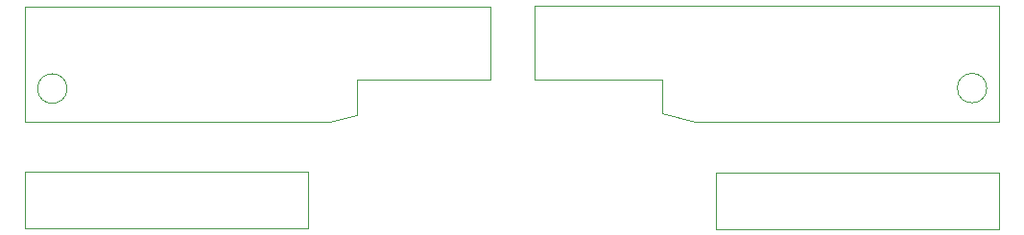
<source format=gbr>
%TF.GenerationSoftware,KiCad,Pcbnew,8.0.1*%
%TF.CreationDate,2024-08-12T12:56:14+02:00*%
%TF.ProjectId,Test_NH,54657374-5f4e-4482-9e6b-696361645f70,rev?*%
%TF.SameCoordinates,Original*%
%TF.FileFunction,Profile,NP*%
%FSLAX46Y46*%
G04 Gerber Fmt 4.6, Leading zero omitted, Abs format (unit mm)*
G04 Created by KiCad (PCBNEW 8.0.1) date 2024-08-12 12:56:14*
%MOMM*%
%LPD*%
G01*
G04 APERTURE LIST*
%TA.AperFunction,Profile*%
%ADD10C,0.100000*%
%TD*%
G04 APERTURE END LIST*
D10*
X192275000Y-98325000D02*
X192275000Y-108525000D01*
X192260000Y-112995000D02*
X192260000Y-117995000D01*
X147360000Y-104855000D02*
X135580000Y-104855000D01*
X167260000Y-112995000D02*
X167260000Y-117995000D01*
X131320000Y-117925000D02*
X106320000Y-117925000D01*
X106320000Y-112925000D02*
X131320000Y-112925000D01*
X106310000Y-98365000D02*
X106310000Y-108565000D01*
X162500000Y-104815000D02*
X162500000Y-105170000D01*
X192275000Y-98325000D02*
X151225000Y-98325000D01*
X147360000Y-98365000D02*
X147360000Y-104855000D01*
X135580000Y-107930000D02*
X133180000Y-108565000D01*
X106320000Y-112925000D02*
X106320000Y-117925000D01*
X162500000Y-105170000D02*
X162500000Y-107770000D01*
X165405000Y-108525000D02*
X192275000Y-108525000D01*
X167260000Y-112995000D02*
X192260000Y-112995000D01*
X191165000Y-105575000D02*
G75*
G02*
X188565000Y-105575000I-1300000J0D01*
G01*
X188565000Y-105575000D02*
G75*
G02*
X191165000Y-105575000I1300000J0D01*
G01*
X151225000Y-104815000D02*
X162500000Y-104815000D01*
X119470000Y-108565000D02*
X106310000Y-108565000D01*
X131320000Y-112925000D02*
X131320000Y-117925000D01*
X165405000Y-108525000D02*
X162500000Y-107770000D01*
X106310000Y-98365000D02*
X147360000Y-98365000D01*
X110020000Y-105615000D02*
G75*
G02*
X107420000Y-105615000I-1300000J0D01*
G01*
X107420000Y-105615000D02*
G75*
G02*
X110020000Y-105615000I1300000J0D01*
G01*
X192260000Y-117995000D02*
X167260000Y-117995000D01*
X119470000Y-108565000D02*
X133180000Y-108565000D01*
X151225000Y-104815000D02*
X151225000Y-98325000D01*
X135580000Y-104855000D02*
X135580000Y-107930000D01*
M02*

</source>
